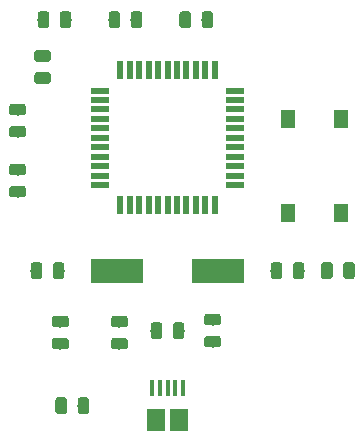
<source format=gbr>
G04 #@! TF.GenerationSoftware,KiCad,Pcbnew,5.1.4+dfsg1-1*
G04 #@! TF.CreationDate,2020-03-04T19:22:20+01:00*
G04 #@! TF.ProjectId,sidewinder-usb,73696465-7769-46e6-9465-722d7573622e,rev?*
G04 #@! TF.SameCoordinates,Original*
G04 #@! TF.FileFunction,Paste,Top*
G04 #@! TF.FilePolarity,Positive*
%FSLAX46Y46*%
G04 Gerber Fmt 4.6, Leading zero omitted, Abs format (unit mm)*
G04 Created by KiCad (PCBNEW 5.1.4+dfsg1-1) date 2020-03-04 19:22:20*
%MOMM*%
%LPD*%
G04 APERTURE LIST*
%ADD10R,4.500000X2.000000*%
%ADD11R,0.550000X1.500000*%
%ADD12R,1.500000X0.550000*%
%ADD13R,1.300000X1.550000*%
%ADD14C,0.100000*%
%ADD15C,0.975000*%
%ADD16R,1.500000X1.900000*%
%ADD17R,0.400000X1.350000*%
G04 APERTURE END LIST*
D10*
X26820000Y14750000D03*
X18320000Y14750000D03*
D11*
X18570000Y31700000D03*
X19370000Y31700000D03*
X20170000Y31700000D03*
X20970000Y31700000D03*
X21770000Y31700000D03*
X22570000Y31700000D03*
X23370000Y31700000D03*
X24170000Y31700000D03*
X24970000Y31700000D03*
X25770000Y31700000D03*
X26570000Y31700000D03*
D12*
X28270000Y30000000D03*
X28270000Y29200000D03*
X28270000Y28400000D03*
X28270000Y27600000D03*
X28270000Y26800000D03*
X28270000Y26000000D03*
X28270000Y25200000D03*
X28270000Y24400000D03*
X28270000Y23600000D03*
X28270000Y22800000D03*
X28270000Y22000000D03*
D11*
X26570000Y20300000D03*
X25770000Y20300000D03*
X24970000Y20300000D03*
X24170000Y20300000D03*
X23370000Y20300000D03*
X22570000Y20300000D03*
X21770000Y20300000D03*
X20970000Y20300000D03*
X20170000Y20300000D03*
X19370000Y20300000D03*
X18570000Y20300000D03*
D12*
X16870000Y22000000D03*
X16870000Y22800000D03*
X16870000Y23600000D03*
X16870000Y24400000D03*
X16870000Y25200000D03*
X16870000Y26000000D03*
X16870000Y26800000D03*
X16870000Y27600000D03*
X16870000Y28400000D03*
X16870000Y29200000D03*
X16870000Y30000000D03*
D13*
X32750000Y19665000D03*
X37250000Y19665000D03*
X37250000Y27615000D03*
X32750000Y27615000D03*
D14*
G36*
X18330142Y36698826D02*
G01*
X18353803Y36695316D01*
X18377007Y36689504D01*
X18399529Y36681446D01*
X18421153Y36671218D01*
X18441670Y36658921D01*
X18460883Y36644671D01*
X18478607Y36628607D01*
X18494671Y36610883D01*
X18508921Y36591670D01*
X18521218Y36571153D01*
X18531446Y36549529D01*
X18539504Y36527007D01*
X18545316Y36503803D01*
X18548826Y36480142D01*
X18550000Y36456250D01*
X18550000Y35543750D01*
X18548826Y35519858D01*
X18545316Y35496197D01*
X18539504Y35472993D01*
X18531446Y35450471D01*
X18521218Y35428847D01*
X18508921Y35408330D01*
X18494671Y35389117D01*
X18478607Y35371393D01*
X18460883Y35355329D01*
X18441670Y35341079D01*
X18421153Y35328782D01*
X18399529Y35318554D01*
X18377007Y35310496D01*
X18353803Y35304684D01*
X18330142Y35301174D01*
X18306250Y35300000D01*
X17818750Y35300000D01*
X17794858Y35301174D01*
X17771197Y35304684D01*
X17747993Y35310496D01*
X17725471Y35318554D01*
X17703847Y35328782D01*
X17683330Y35341079D01*
X17664117Y35355329D01*
X17646393Y35371393D01*
X17630329Y35389117D01*
X17616079Y35408330D01*
X17603782Y35428847D01*
X17593554Y35450471D01*
X17585496Y35472993D01*
X17579684Y35496197D01*
X17576174Y35519858D01*
X17575000Y35543750D01*
X17575000Y36456250D01*
X17576174Y36480142D01*
X17579684Y36503803D01*
X17585496Y36527007D01*
X17593554Y36549529D01*
X17603782Y36571153D01*
X17616079Y36591670D01*
X17630329Y36610883D01*
X17646393Y36628607D01*
X17664117Y36644671D01*
X17683330Y36658921D01*
X17703847Y36671218D01*
X17725471Y36681446D01*
X17747993Y36689504D01*
X17771197Y36695316D01*
X17794858Y36698826D01*
X17818750Y36700000D01*
X18306250Y36700000D01*
X18330142Y36698826D01*
X18330142Y36698826D01*
G37*
D15*
X18062500Y36000000D03*
D14*
G36*
X20205142Y36698826D02*
G01*
X20228803Y36695316D01*
X20252007Y36689504D01*
X20274529Y36681446D01*
X20296153Y36671218D01*
X20316670Y36658921D01*
X20335883Y36644671D01*
X20353607Y36628607D01*
X20369671Y36610883D01*
X20383921Y36591670D01*
X20396218Y36571153D01*
X20406446Y36549529D01*
X20414504Y36527007D01*
X20420316Y36503803D01*
X20423826Y36480142D01*
X20425000Y36456250D01*
X20425000Y35543750D01*
X20423826Y35519858D01*
X20420316Y35496197D01*
X20414504Y35472993D01*
X20406446Y35450471D01*
X20396218Y35428847D01*
X20383921Y35408330D01*
X20369671Y35389117D01*
X20353607Y35371393D01*
X20335883Y35355329D01*
X20316670Y35341079D01*
X20296153Y35328782D01*
X20274529Y35318554D01*
X20252007Y35310496D01*
X20228803Y35304684D01*
X20205142Y35301174D01*
X20181250Y35300000D01*
X19693750Y35300000D01*
X19669858Y35301174D01*
X19646197Y35304684D01*
X19622993Y35310496D01*
X19600471Y35318554D01*
X19578847Y35328782D01*
X19558330Y35341079D01*
X19539117Y35355329D01*
X19521393Y35371393D01*
X19505329Y35389117D01*
X19491079Y35408330D01*
X19478782Y35428847D01*
X19468554Y35450471D01*
X19460496Y35472993D01*
X19454684Y35496197D01*
X19451174Y35519858D01*
X19450000Y35543750D01*
X19450000Y36456250D01*
X19451174Y36480142D01*
X19454684Y36503803D01*
X19460496Y36527007D01*
X19468554Y36549529D01*
X19478782Y36571153D01*
X19491079Y36591670D01*
X19505329Y36610883D01*
X19521393Y36628607D01*
X19539117Y36644671D01*
X19558330Y36658921D01*
X19578847Y36671218D01*
X19600471Y36681446D01*
X19622993Y36689504D01*
X19646197Y36695316D01*
X19669858Y36698826D01*
X19693750Y36700000D01*
X20181250Y36700000D01*
X20205142Y36698826D01*
X20205142Y36698826D01*
G37*
D15*
X19937500Y36000000D03*
D14*
G36*
X14205142Y36698826D02*
G01*
X14228803Y36695316D01*
X14252007Y36689504D01*
X14274529Y36681446D01*
X14296153Y36671218D01*
X14316670Y36658921D01*
X14335883Y36644671D01*
X14353607Y36628607D01*
X14369671Y36610883D01*
X14383921Y36591670D01*
X14396218Y36571153D01*
X14406446Y36549529D01*
X14414504Y36527007D01*
X14420316Y36503803D01*
X14423826Y36480142D01*
X14425000Y36456250D01*
X14425000Y35543750D01*
X14423826Y35519858D01*
X14420316Y35496197D01*
X14414504Y35472993D01*
X14406446Y35450471D01*
X14396218Y35428847D01*
X14383921Y35408330D01*
X14369671Y35389117D01*
X14353607Y35371393D01*
X14335883Y35355329D01*
X14316670Y35341079D01*
X14296153Y35328782D01*
X14274529Y35318554D01*
X14252007Y35310496D01*
X14228803Y35304684D01*
X14205142Y35301174D01*
X14181250Y35300000D01*
X13693750Y35300000D01*
X13669858Y35301174D01*
X13646197Y35304684D01*
X13622993Y35310496D01*
X13600471Y35318554D01*
X13578847Y35328782D01*
X13558330Y35341079D01*
X13539117Y35355329D01*
X13521393Y35371393D01*
X13505329Y35389117D01*
X13491079Y35408330D01*
X13478782Y35428847D01*
X13468554Y35450471D01*
X13460496Y35472993D01*
X13454684Y35496197D01*
X13451174Y35519858D01*
X13450000Y35543750D01*
X13450000Y36456250D01*
X13451174Y36480142D01*
X13454684Y36503803D01*
X13460496Y36527007D01*
X13468554Y36549529D01*
X13478782Y36571153D01*
X13491079Y36591670D01*
X13505329Y36610883D01*
X13521393Y36628607D01*
X13539117Y36644671D01*
X13558330Y36658921D01*
X13578847Y36671218D01*
X13600471Y36681446D01*
X13622993Y36689504D01*
X13646197Y36695316D01*
X13669858Y36698826D01*
X13693750Y36700000D01*
X14181250Y36700000D01*
X14205142Y36698826D01*
X14205142Y36698826D01*
G37*
D15*
X13937500Y36000000D03*
D14*
G36*
X12330142Y36698826D02*
G01*
X12353803Y36695316D01*
X12377007Y36689504D01*
X12399529Y36681446D01*
X12421153Y36671218D01*
X12441670Y36658921D01*
X12460883Y36644671D01*
X12478607Y36628607D01*
X12494671Y36610883D01*
X12508921Y36591670D01*
X12521218Y36571153D01*
X12531446Y36549529D01*
X12539504Y36527007D01*
X12545316Y36503803D01*
X12548826Y36480142D01*
X12550000Y36456250D01*
X12550000Y35543750D01*
X12548826Y35519858D01*
X12545316Y35496197D01*
X12539504Y35472993D01*
X12531446Y35450471D01*
X12521218Y35428847D01*
X12508921Y35408330D01*
X12494671Y35389117D01*
X12478607Y35371393D01*
X12460883Y35355329D01*
X12441670Y35341079D01*
X12421153Y35328782D01*
X12399529Y35318554D01*
X12377007Y35310496D01*
X12353803Y35304684D01*
X12330142Y35301174D01*
X12306250Y35300000D01*
X11818750Y35300000D01*
X11794858Y35301174D01*
X11771197Y35304684D01*
X11747993Y35310496D01*
X11725471Y35318554D01*
X11703847Y35328782D01*
X11683330Y35341079D01*
X11664117Y35355329D01*
X11646393Y35371393D01*
X11630329Y35389117D01*
X11616079Y35408330D01*
X11603782Y35428847D01*
X11593554Y35450471D01*
X11585496Y35472993D01*
X11579684Y35496197D01*
X11576174Y35519858D01*
X11575000Y35543750D01*
X11575000Y36456250D01*
X11576174Y36480142D01*
X11579684Y36503803D01*
X11585496Y36527007D01*
X11593554Y36549529D01*
X11603782Y36571153D01*
X11616079Y36591670D01*
X11630329Y36610883D01*
X11646393Y36628607D01*
X11664117Y36644671D01*
X11683330Y36658921D01*
X11703847Y36671218D01*
X11725471Y36681446D01*
X11747993Y36689504D01*
X11771197Y36695316D01*
X11794858Y36698826D01*
X11818750Y36700000D01*
X12306250Y36700000D01*
X12330142Y36698826D01*
X12330142Y36698826D01*
G37*
D15*
X12062500Y36000000D03*
D14*
G36*
X38205142Y15448826D02*
G01*
X38228803Y15445316D01*
X38252007Y15439504D01*
X38274529Y15431446D01*
X38296153Y15421218D01*
X38316670Y15408921D01*
X38335883Y15394671D01*
X38353607Y15378607D01*
X38369671Y15360883D01*
X38383921Y15341670D01*
X38396218Y15321153D01*
X38406446Y15299529D01*
X38414504Y15277007D01*
X38420316Y15253803D01*
X38423826Y15230142D01*
X38425000Y15206250D01*
X38425000Y14293750D01*
X38423826Y14269858D01*
X38420316Y14246197D01*
X38414504Y14222993D01*
X38406446Y14200471D01*
X38396218Y14178847D01*
X38383921Y14158330D01*
X38369671Y14139117D01*
X38353607Y14121393D01*
X38335883Y14105329D01*
X38316670Y14091079D01*
X38296153Y14078782D01*
X38274529Y14068554D01*
X38252007Y14060496D01*
X38228803Y14054684D01*
X38205142Y14051174D01*
X38181250Y14050000D01*
X37693750Y14050000D01*
X37669858Y14051174D01*
X37646197Y14054684D01*
X37622993Y14060496D01*
X37600471Y14068554D01*
X37578847Y14078782D01*
X37558330Y14091079D01*
X37539117Y14105329D01*
X37521393Y14121393D01*
X37505329Y14139117D01*
X37491079Y14158330D01*
X37478782Y14178847D01*
X37468554Y14200471D01*
X37460496Y14222993D01*
X37454684Y14246197D01*
X37451174Y14269858D01*
X37450000Y14293750D01*
X37450000Y15206250D01*
X37451174Y15230142D01*
X37454684Y15253803D01*
X37460496Y15277007D01*
X37468554Y15299529D01*
X37478782Y15321153D01*
X37491079Y15341670D01*
X37505329Y15360883D01*
X37521393Y15378607D01*
X37539117Y15394671D01*
X37558330Y15408921D01*
X37578847Y15421218D01*
X37600471Y15431446D01*
X37622993Y15439504D01*
X37646197Y15445316D01*
X37669858Y15448826D01*
X37693750Y15450000D01*
X38181250Y15450000D01*
X38205142Y15448826D01*
X38205142Y15448826D01*
G37*
D15*
X37937500Y14750000D03*
D14*
G36*
X36330142Y15448826D02*
G01*
X36353803Y15445316D01*
X36377007Y15439504D01*
X36399529Y15431446D01*
X36421153Y15421218D01*
X36441670Y15408921D01*
X36460883Y15394671D01*
X36478607Y15378607D01*
X36494671Y15360883D01*
X36508921Y15341670D01*
X36521218Y15321153D01*
X36531446Y15299529D01*
X36539504Y15277007D01*
X36545316Y15253803D01*
X36548826Y15230142D01*
X36550000Y15206250D01*
X36550000Y14293750D01*
X36548826Y14269858D01*
X36545316Y14246197D01*
X36539504Y14222993D01*
X36531446Y14200471D01*
X36521218Y14178847D01*
X36508921Y14158330D01*
X36494671Y14139117D01*
X36478607Y14121393D01*
X36460883Y14105329D01*
X36441670Y14091079D01*
X36421153Y14078782D01*
X36399529Y14068554D01*
X36377007Y14060496D01*
X36353803Y14054684D01*
X36330142Y14051174D01*
X36306250Y14050000D01*
X35818750Y14050000D01*
X35794858Y14051174D01*
X35771197Y14054684D01*
X35747993Y14060496D01*
X35725471Y14068554D01*
X35703847Y14078782D01*
X35683330Y14091079D01*
X35664117Y14105329D01*
X35646393Y14121393D01*
X35630329Y14139117D01*
X35616079Y14158330D01*
X35603782Y14178847D01*
X35593554Y14200471D01*
X35585496Y14222993D01*
X35579684Y14246197D01*
X35576174Y14269858D01*
X35575000Y14293750D01*
X35575000Y15206250D01*
X35576174Y15230142D01*
X35579684Y15253803D01*
X35585496Y15277007D01*
X35593554Y15299529D01*
X35603782Y15321153D01*
X35616079Y15341670D01*
X35630329Y15360883D01*
X35646393Y15378607D01*
X35664117Y15394671D01*
X35683330Y15408921D01*
X35703847Y15421218D01*
X35725471Y15431446D01*
X35747993Y15439504D01*
X35771197Y15445316D01*
X35794858Y15448826D01*
X35818750Y15450000D01*
X36306250Y15450000D01*
X36330142Y15448826D01*
X36330142Y15448826D01*
G37*
D15*
X36062500Y14750000D03*
D14*
G36*
X21900142Y10368826D02*
G01*
X21923803Y10365316D01*
X21947007Y10359504D01*
X21969529Y10351446D01*
X21991153Y10341218D01*
X22011670Y10328921D01*
X22030883Y10314671D01*
X22048607Y10298607D01*
X22064671Y10280883D01*
X22078921Y10261670D01*
X22091218Y10241153D01*
X22101446Y10219529D01*
X22109504Y10197007D01*
X22115316Y10173803D01*
X22118826Y10150142D01*
X22120000Y10126250D01*
X22120000Y9213750D01*
X22118826Y9189858D01*
X22115316Y9166197D01*
X22109504Y9142993D01*
X22101446Y9120471D01*
X22091218Y9098847D01*
X22078921Y9078330D01*
X22064671Y9059117D01*
X22048607Y9041393D01*
X22030883Y9025329D01*
X22011670Y9011079D01*
X21991153Y8998782D01*
X21969529Y8988554D01*
X21947007Y8980496D01*
X21923803Y8974684D01*
X21900142Y8971174D01*
X21876250Y8970000D01*
X21388750Y8970000D01*
X21364858Y8971174D01*
X21341197Y8974684D01*
X21317993Y8980496D01*
X21295471Y8988554D01*
X21273847Y8998782D01*
X21253330Y9011079D01*
X21234117Y9025329D01*
X21216393Y9041393D01*
X21200329Y9059117D01*
X21186079Y9078330D01*
X21173782Y9098847D01*
X21163554Y9120471D01*
X21155496Y9142993D01*
X21149684Y9166197D01*
X21146174Y9189858D01*
X21145000Y9213750D01*
X21145000Y10126250D01*
X21146174Y10150142D01*
X21149684Y10173803D01*
X21155496Y10197007D01*
X21163554Y10219529D01*
X21173782Y10241153D01*
X21186079Y10261670D01*
X21200329Y10280883D01*
X21216393Y10298607D01*
X21234117Y10314671D01*
X21253330Y10328921D01*
X21273847Y10341218D01*
X21295471Y10351446D01*
X21317993Y10359504D01*
X21341197Y10365316D01*
X21364858Y10368826D01*
X21388750Y10370000D01*
X21876250Y10370000D01*
X21900142Y10368826D01*
X21900142Y10368826D01*
G37*
D15*
X21632500Y9670000D03*
D14*
G36*
X23775142Y10368826D02*
G01*
X23798803Y10365316D01*
X23822007Y10359504D01*
X23844529Y10351446D01*
X23866153Y10341218D01*
X23886670Y10328921D01*
X23905883Y10314671D01*
X23923607Y10298607D01*
X23939671Y10280883D01*
X23953921Y10261670D01*
X23966218Y10241153D01*
X23976446Y10219529D01*
X23984504Y10197007D01*
X23990316Y10173803D01*
X23993826Y10150142D01*
X23995000Y10126250D01*
X23995000Y9213750D01*
X23993826Y9189858D01*
X23990316Y9166197D01*
X23984504Y9142993D01*
X23976446Y9120471D01*
X23966218Y9098847D01*
X23953921Y9078330D01*
X23939671Y9059117D01*
X23923607Y9041393D01*
X23905883Y9025329D01*
X23886670Y9011079D01*
X23866153Y8998782D01*
X23844529Y8988554D01*
X23822007Y8980496D01*
X23798803Y8974684D01*
X23775142Y8971174D01*
X23751250Y8970000D01*
X23263750Y8970000D01*
X23239858Y8971174D01*
X23216197Y8974684D01*
X23192993Y8980496D01*
X23170471Y8988554D01*
X23148847Y8998782D01*
X23128330Y9011079D01*
X23109117Y9025329D01*
X23091393Y9041393D01*
X23075329Y9059117D01*
X23061079Y9078330D01*
X23048782Y9098847D01*
X23038554Y9120471D01*
X23030496Y9142993D01*
X23024684Y9166197D01*
X23021174Y9189858D01*
X23020000Y9213750D01*
X23020000Y10126250D01*
X23021174Y10150142D01*
X23024684Y10173803D01*
X23030496Y10197007D01*
X23038554Y10219529D01*
X23048782Y10241153D01*
X23061079Y10261670D01*
X23075329Y10280883D01*
X23091393Y10298607D01*
X23109117Y10314671D01*
X23128330Y10328921D01*
X23148847Y10341218D01*
X23170471Y10351446D01*
X23192993Y10359504D01*
X23216197Y10365316D01*
X23239858Y10368826D01*
X23263750Y10370000D01*
X23751250Y10370000D01*
X23775142Y10368826D01*
X23775142Y10368826D01*
G37*
D15*
X23507500Y9670000D03*
D14*
G36*
X18980142Y9048826D02*
G01*
X19003803Y9045316D01*
X19027007Y9039504D01*
X19049529Y9031446D01*
X19071153Y9021218D01*
X19091670Y9008921D01*
X19110883Y8994671D01*
X19128607Y8978607D01*
X19144671Y8960883D01*
X19158921Y8941670D01*
X19171218Y8921153D01*
X19181446Y8899529D01*
X19189504Y8877007D01*
X19195316Y8853803D01*
X19198826Y8830142D01*
X19200000Y8806250D01*
X19200000Y8318750D01*
X19198826Y8294858D01*
X19195316Y8271197D01*
X19189504Y8247993D01*
X19181446Y8225471D01*
X19171218Y8203847D01*
X19158921Y8183330D01*
X19144671Y8164117D01*
X19128607Y8146393D01*
X19110883Y8130329D01*
X19091670Y8116079D01*
X19071153Y8103782D01*
X19049529Y8093554D01*
X19027007Y8085496D01*
X19003803Y8079684D01*
X18980142Y8076174D01*
X18956250Y8075000D01*
X18043750Y8075000D01*
X18019858Y8076174D01*
X17996197Y8079684D01*
X17972993Y8085496D01*
X17950471Y8093554D01*
X17928847Y8103782D01*
X17908330Y8116079D01*
X17889117Y8130329D01*
X17871393Y8146393D01*
X17855329Y8164117D01*
X17841079Y8183330D01*
X17828782Y8203847D01*
X17818554Y8225471D01*
X17810496Y8247993D01*
X17804684Y8271197D01*
X17801174Y8294858D01*
X17800000Y8318750D01*
X17800000Y8806250D01*
X17801174Y8830142D01*
X17804684Y8853803D01*
X17810496Y8877007D01*
X17818554Y8899529D01*
X17828782Y8921153D01*
X17841079Y8941670D01*
X17855329Y8960883D01*
X17871393Y8978607D01*
X17889117Y8994671D01*
X17908330Y9008921D01*
X17928847Y9021218D01*
X17950471Y9031446D01*
X17972993Y9039504D01*
X17996197Y9045316D01*
X18019858Y9048826D01*
X18043750Y9050000D01*
X18956250Y9050000D01*
X18980142Y9048826D01*
X18980142Y9048826D01*
G37*
D15*
X18500000Y8562500D03*
D14*
G36*
X18980142Y10923826D02*
G01*
X19003803Y10920316D01*
X19027007Y10914504D01*
X19049529Y10906446D01*
X19071153Y10896218D01*
X19091670Y10883921D01*
X19110883Y10869671D01*
X19128607Y10853607D01*
X19144671Y10835883D01*
X19158921Y10816670D01*
X19171218Y10796153D01*
X19181446Y10774529D01*
X19189504Y10752007D01*
X19195316Y10728803D01*
X19198826Y10705142D01*
X19200000Y10681250D01*
X19200000Y10193750D01*
X19198826Y10169858D01*
X19195316Y10146197D01*
X19189504Y10122993D01*
X19181446Y10100471D01*
X19171218Y10078847D01*
X19158921Y10058330D01*
X19144671Y10039117D01*
X19128607Y10021393D01*
X19110883Y10005329D01*
X19091670Y9991079D01*
X19071153Y9978782D01*
X19049529Y9968554D01*
X19027007Y9960496D01*
X19003803Y9954684D01*
X18980142Y9951174D01*
X18956250Y9950000D01*
X18043750Y9950000D01*
X18019858Y9951174D01*
X17996197Y9954684D01*
X17972993Y9960496D01*
X17950471Y9968554D01*
X17928847Y9978782D01*
X17908330Y9991079D01*
X17889117Y10005329D01*
X17871393Y10021393D01*
X17855329Y10039117D01*
X17841079Y10058330D01*
X17828782Y10078847D01*
X17818554Y10100471D01*
X17810496Y10122993D01*
X17804684Y10146197D01*
X17801174Y10169858D01*
X17800000Y10193750D01*
X17800000Y10681250D01*
X17801174Y10705142D01*
X17804684Y10728803D01*
X17810496Y10752007D01*
X17818554Y10774529D01*
X17828782Y10796153D01*
X17841079Y10816670D01*
X17855329Y10835883D01*
X17871393Y10853607D01*
X17889117Y10869671D01*
X17908330Y10883921D01*
X17928847Y10896218D01*
X17950471Y10906446D01*
X17972993Y10914504D01*
X17996197Y10920316D01*
X18019858Y10923826D01*
X18043750Y10925000D01*
X18956250Y10925000D01*
X18980142Y10923826D01*
X18980142Y10923826D01*
G37*
D15*
X18500000Y10437500D03*
D14*
G36*
X26860142Y9218826D02*
G01*
X26883803Y9215316D01*
X26907007Y9209504D01*
X26929529Y9201446D01*
X26951153Y9191218D01*
X26971670Y9178921D01*
X26990883Y9164671D01*
X27008607Y9148607D01*
X27024671Y9130883D01*
X27038921Y9111670D01*
X27051218Y9091153D01*
X27061446Y9069529D01*
X27069504Y9047007D01*
X27075316Y9023803D01*
X27078826Y9000142D01*
X27080000Y8976250D01*
X27080000Y8488750D01*
X27078826Y8464858D01*
X27075316Y8441197D01*
X27069504Y8417993D01*
X27061446Y8395471D01*
X27051218Y8373847D01*
X27038921Y8353330D01*
X27024671Y8334117D01*
X27008607Y8316393D01*
X26990883Y8300329D01*
X26971670Y8286079D01*
X26951153Y8273782D01*
X26929529Y8263554D01*
X26907007Y8255496D01*
X26883803Y8249684D01*
X26860142Y8246174D01*
X26836250Y8245000D01*
X25923750Y8245000D01*
X25899858Y8246174D01*
X25876197Y8249684D01*
X25852993Y8255496D01*
X25830471Y8263554D01*
X25808847Y8273782D01*
X25788330Y8286079D01*
X25769117Y8300329D01*
X25751393Y8316393D01*
X25735329Y8334117D01*
X25721079Y8353330D01*
X25708782Y8373847D01*
X25698554Y8395471D01*
X25690496Y8417993D01*
X25684684Y8441197D01*
X25681174Y8464858D01*
X25680000Y8488750D01*
X25680000Y8976250D01*
X25681174Y9000142D01*
X25684684Y9023803D01*
X25690496Y9047007D01*
X25698554Y9069529D01*
X25708782Y9091153D01*
X25721079Y9111670D01*
X25735329Y9130883D01*
X25751393Y9148607D01*
X25769117Y9164671D01*
X25788330Y9178921D01*
X25808847Y9191218D01*
X25830471Y9201446D01*
X25852993Y9209504D01*
X25876197Y9215316D01*
X25899858Y9218826D01*
X25923750Y9220000D01*
X26836250Y9220000D01*
X26860142Y9218826D01*
X26860142Y9218826D01*
G37*
D15*
X26380000Y8732500D03*
D14*
G36*
X26860142Y11093826D02*
G01*
X26883803Y11090316D01*
X26907007Y11084504D01*
X26929529Y11076446D01*
X26951153Y11066218D01*
X26971670Y11053921D01*
X26990883Y11039671D01*
X27008607Y11023607D01*
X27024671Y11005883D01*
X27038921Y10986670D01*
X27051218Y10966153D01*
X27061446Y10944529D01*
X27069504Y10922007D01*
X27075316Y10898803D01*
X27078826Y10875142D01*
X27080000Y10851250D01*
X27080000Y10363750D01*
X27078826Y10339858D01*
X27075316Y10316197D01*
X27069504Y10292993D01*
X27061446Y10270471D01*
X27051218Y10248847D01*
X27038921Y10228330D01*
X27024671Y10209117D01*
X27008607Y10191393D01*
X26990883Y10175329D01*
X26971670Y10161079D01*
X26951153Y10148782D01*
X26929529Y10138554D01*
X26907007Y10130496D01*
X26883803Y10124684D01*
X26860142Y10121174D01*
X26836250Y10120000D01*
X25923750Y10120000D01*
X25899858Y10121174D01*
X25876197Y10124684D01*
X25852993Y10130496D01*
X25830471Y10138554D01*
X25808847Y10148782D01*
X25788330Y10161079D01*
X25769117Y10175329D01*
X25751393Y10191393D01*
X25735329Y10209117D01*
X25721079Y10228330D01*
X25708782Y10248847D01*
X25698554Y10270471D01*
X25690496Y10292993D01*
X25684684Y10316197D01*
X25681174Y10339858D01*
X25680000Y10363750D01*
X25680000Y10851250D01*
X25681174Y10875142D01*
X25684684Y10898803D01*
X25690496Y10922007D01*
X25698554Y10944529D01*
X25708782Y10966153D01*
X25721079Y10986670D01*
X25735329Y11005883D01*
X25751393Y11023607D01*
X25769117Y11039671D01*
X25788330Y11053921D01*
X25808847Y11066218D01*
X25830471Y11076446D01*
X25852993Y11084504D01*
X25876197Y11090316D01*
X25899858Y11093826D01*
X25923750Y11095000D01*
X26836250Y11095000D01*
X26860142Y11093826D01*
X26860142Y11093826D01*
G37*
D15*
X26380000Y10607500D03*
D16*
X21570000Y2082500D03*
D17*
X22570000Y4782500D03*
X23220000Y4782500D03*
X23870000Y4782500D03*
X21270000Y4782500D03*
X21920000Y4782500D03*
D16*
X23570000Y2082500D03*
D14*
G36*
X13830142Y4018826D02*
G01*
X13853803Y4015316D01*
X13877007Y4009504D01*
X13899529Y4001446D01*
X13921153Y3991218D01*
X13941670Y3978921D01*
X13960883Y3964671D01*
X13978607Y3948607D01*
X13994671Y3930883D01*
X14008921Y3911670D01*
X14021218Y3891153D01*
X14031446Y3869529D01*
X14039504Y3847007D01*
X14045316Y3823803D01*
X14048826Y3800142D01*
X14050000Y3776250D01*
X14050000Y2863750D01*
X14048826Y2839858D01*
X14045316Y2816197D01*
X14039504Y2792993D01*
X14031446Y2770471D01*
X14021218Y2748847D01*
X14008921Y2728330D01*
X13994671Y2709117D01*
X13978607Y2691393D01*
X13960883Y2675329D01*
X13941670Y2661079D01*
X13921153Y2648782D01*
X13899529Y2638554D01*
X13877007Y2630496D01*
X13853803Y2624684D01*
X13830142Y2621174D01*
X13806250Y2620000D01*
X13318750Y2620000D01*
X13294858Y2621174D01*
X13271197Y2624684D01*
X13247993Y2630496D01*
X13225471Y2638554D01*
X13203847Y2648782D01*
X13183330Y2661079D01*
X13164117Y2675329D01*
X13146393Y2691393D01*
X13130329Y2709117D01*
X13116079Y2728330D01*
X13103782Y2748847D01*
X13093554Y2770471D01*
X13085496Y2792993D01*
X13079684Y2816197D01*
X13076174Y2839858D01*
X13075000Y2863750D01*
X13075000Y3776250D01*
X13076174Y3800142D01*
X13079684Y3823803D01*
X13085496Y3847007D01*
X13093554Y3869529D01*
X13103782Y3891153D01*
X13116079Y3911670D01*
X13130329Y3930883D01*
X13146393Y3948607D01*
X13164117Y3964671D01*
X13183330Y3978921D01*
X13203847Y3991218D01*
X13225471Y4001446D01*
X13247993Y4009504D01*
X13271197Y4015316D01*
X13294858Y4018826D01*
X13318750Y4020000D01*
X13806250Y4020000D01*
X13830142Y4018826D01*
X13830142Y4018826D01*
G37*
D15*
X13562500Y3320000D03*
D14*
G36*
X15705142Y4018826D02*
G01*
X15728803Y4015316D01*
X15752007Y4009504D01*
X15774529Y4001446D01*
X15796153Y3991218D01*
X15816670Y3978921D01*
X15835883Y3964671D01*
X15853607Y3948607D01*
X15869671Y3930883D01*
X15883921Y3911670D01*
X15896218Y3891153D01*
X15906446Y3869529D01*
X15914504Y3847007D01*
X15920316Y3823803D01*
X15923826Y3800142D01*
X15925000Y3776250D01*
X15925000Y2863750D01*
X15923826Y2839858D01*
X15920316Y2816197D01*
X15914504Y2792993D01*
X15906446Y2770471D01*
X15896218Y2748847D01*
X15883921Y2728330D01*
X15869671Y2709117D01*
X15853607Y2691393D01*
X15835883Y2675329D01*
X15816670Y2661079D01*
X15796153Y2648782D01*
X15774529Y2638554D01*
X15752007Y2630496D01*
X15728803Y2624684D01*
X15705142Y2621174D01*
X15681250Y2620000D01*
X15193750Y2620000D01*
X15169858Y2621174D01*
X15146197Y2624684D01*
X15122993Y2630496D01*
X15100471Y2638554D01*
X15078847Y2648782D01*
X15058330Y2661079D01*
X15039117Y2675329D01*
X15021393Y2691393D01*
X15005329Y2709117D01*
X14991079Y2728330D01*
X14978782Y2748847D01*
X14968554Y2770471D01*
X14960496Y2792993D01*
X14954684Y2816197D01*
X14951174Y2839858D01*
X14950000Y2863750D01*
X14950000Y3776250D01*
X14951174Y3800142D01*
X14954684Y3823803D01*
X14960496Y3847007D01*
X14968554Y3869529D01*
X14978782Y3891153D01*
X14991079Y3911670D01*
X15005329Y3930883D01*
X15021393Y3948607D01*
X15039117Y3964671D01*
X15058330Y3978921D01*
X15078847Y3991218D01*
X15100471Y4001446D01*
X15122993Y4009504D01*
X15146197Y4015316D01*
X15169858Y4018826D01*
X15193750Y4020000D01*
X15681250Y4020000D01*
X15705142Y4018826D01*
X15705142Y4018826D01*
G37*
D15*
X15437500Y3320000D03*
D14*
G36*
X26205142Y36698826D02*
G01*
X26228803Y36695316D01*
X26252007Y36689504D01*
X26274529Y36681446D01*
X26296153Y36671218D01*
X26316670Y36658921D01*
X26335883Y36644671D01*
X26353607Y36628607D01*
X26369671Y36610883D01*
X26383921Y36591670D01*
X26396218Y36571153D01*
X26406446Y36549529D01*
X26414504Y36527007D01*
X26420316Y36503803D01*
X26423826Y36480142D01*
X26425000Y36456250D01*
X26425000Y35543750D01*
X26423826Y35519858D01*
X26420316Y35496197D01*
X26414504Y35472993D01*
X26406446Y35450471D01*
X26396218Y35428847D01*
X26383921Y35408330D01*
X26369671Y35389117D01*
X26353607Y35371393D01*
X26335883Y35355329D01*
X26316670Y35341079D01*
X26296153Y35328782D01*
X26274529Y35318554D01*
X26252007Y35310496D01*
X26228803Y35304684D01*
X26205142Y35301174D01*
X26181250Y35300000D01*
X25693750Y35300000D01*
X25669858Y35301174D01*
X25646197Y35304684D01*
X25622993Y35310496D01*
X25600471Y35318554D01*
X25578847Y35328782D01*
X25558330Y35341079D01*
X25539117Y35355329D01*
X25521393Y35371393D01*
X25505329Y35389117D01*
X25491079Y35408330D01*
X25478782Y35428847D01*
X25468554Y35450471D01*
X25460496Y35472993D01*
X25454684Y35496197D01*
X25451174Y35519858D01*
X25450000Y35543750D01*
X25450000Y36456250D01*
X25451174Y36480142D01*
X25454684Y36503803D01*
X25460496Y36527007D01*
X25468554Y36549529D01*
X25478782Y36571153D01*
X25491079Y36591670D01*
X25505329Y36610883D01*
X25521393Y36628607D01*
X25539117Y36644671D01*
X25558330Y36658921D01*
X25578847Y36671218D01*
X25600471Y36681446D01*
X25622993Y36689504D01*
X25646197Y36695316D01*
X25669858Y36698826D01*
X25693750Y36700000D01*
X26181250Y36700000D01*
X26205142Y36698826D01*
X26205142Y36698826D01*
G37*
D15*
X25937500Y36000000D03*
D14*
G36*
X24330142Y36698826D02*
G01*
X24353803Y36695316D01*
X24377007Y36689504D01*
X24399529Y36681446D01*
X24421153Y36671218D01*
X24441670Y36658921D01*
X24460883Y36644671D01*
X24478607Y36628607D01*
X24494671Y36610883D01*
X24508921Y36591670D01*
X24521218Y36571153D01*
X24531446Y36549529D01*
X24539504Y36527007D01*
X24545316Y36503803D01*
X24548826Y36480142D01*
X24550000Y36456250D01*
X24550000Y35543750D01*
X24548826Y35519858D01*
X24545316Y35496197D01*
X24539504Y35472993D01*
X24531446Y35450471D01*
X24521218Y35428847D01*
X24508921Y35408330D01*
X24494671Y35389117D01*
X24478607Y35371393D01*
X24460883Y35355329D01*
X24441670Y35341079D01*
X24421153Y35328782D01*
X24399529Y35318554D01*
X24377007Y35310496D01*
X24353803Y35304684D01*
X24330142Y35301174D01*
X24306250Y35300000D01*
X23818750Y35300000D01*
X23794858Y35301174D01*
X23771197Y35304684D01*
X23747993Y35310496D01*
X23725471Y35318554D01*
X23703847Y35328782D01*
X23683330Y35341079D01*
X23664117Y35355329D01*
X23646393Y35371393D01*
X23630329Y35389117D01*
X23616079Y35408330D01*
X23603782Y35428847D01*
X23593554Y35450471D01*
X23585496Y35472993D01*
X23579684Y35496197D01*
X23576174Y35519858D01*
X23575000Y35543750D01*
X23575000Y36456250D01*
X23576174Y36480142D01*
X23579684Y36503803D01*
X23585496Y36527007D01*
X23593554Y36549529D01*
X23603782Y36571153D01*
X23616079Y36591670D01*
X23630329Y36610883D01*
X23646393Y36628607D01*
X23664117Y36644671D01*
X23683330Y36658921D01*
X23703847Y36671218D01*
X23725471Y36681446D01*
X23747993Y36689504D01*
X23771197Y36695316D01*
X23794858Y36698826D01*
X23818750Y36700000D01*
X24306250Y36700000D01*
X24330142Y36698826D01*
X24330142Y36698826D01*
G37*
D15*
X24062500Y36000000D03*
D14*
G36*
X12480142Y31548826D02*
G01*
X12503803Y31545316D01*
X12527007Y31539504D01*
X12549529Y31531446D01*
X12571153Y31521218D01*
X12591670Y31508921D01*
X12610883Y31494671D01*
X12628607Y31478607D01*
X12644671Y31460883D01*
X12658921Y31441670D01*
X12671218Y31421153D01*
X12681446Y31399529D01*
X12689504Y31377007D01*
X12695316Y31353803D01*
X12698826Y31330142D01*
X12700000Y31306250D01*
X12700000Y30818750D01*
X12698826Y30794858D01*
X12695316Y30771197D01*
X12689504Y30747993D01*
X12681446Y30725471D01*
X12671218Y30703847D01*
X12658921Y30683330D01*
X12644671Y30664117D01*
X12628607Y30646393D01*
X12610883Y30630329D01*
X12591670Y30616079D01*
X12571153Y30603782D01*
X12549529Y30593554D01*
X12527007Y30585496D01*
X12503803Y30579684D01*
X12480142Y30576174D01*
X12456250Y30575000D01*
X11543750Y30575000D01*
X11519858Y30576174D01*
X11496197Y30579684D01*
X11472993Y30585496D01*
X11450471Y30593554D01*
X11428847Y30603782D01*
X11408330Y30616079D01*
X11389117Y30630329D01*
X11371393Y30646393D01*
X11355329Y30664117D01*
X11341079Y30683330D01*
X11328782Y30703847D01*
X11318554Y30725471D01*
X11310496Y30747993D01*
X11304684Y30771197D01*
X11301174Y30794858D01*
X11300000Y30818750D01*
X11300000Y31306250D01*
X11301174Y31330142D01*
X11304684Y31353803D01*
X11310496Y31377007D01*
X11318554Y31399529D01*
X11328782Y31421153D01*
X11341079Y31441670D01*
X11355329Y31460883D01*
X11371393Y31478607D01*
X11389117Y31494671D01*
X11408330Y31508921D01*
X11428847Y31521218D01*
X11450471Y31531446D01*
X11472993Y31539504D01*
X11496197Y31545316D01*
X11519858Y31548826D01*
X11543750Y31550000D01*
X12456250Y31550000D01*
X12480142Y31548826D01*
X12480142Y31548826D01*
G37*
D15*
X12000000Y31062500D03*
D14*
G36*
X12480142Y33423826D02*
G01*
X12503803Y33420316D01*
X12527007Y33414504D01*
X12549529Y33406446D01*
X12571153Y33396218D01*
X12591670Y33383921D01*
X12610883Y33369671D01*
X12628607Y33353607D01*
X12644671Y33335883D01*
X12658921Y33316670D01*
X12671218Y33296153D01*
X12681446Y33274529D01*
X12689504Y33252007D01*
X12695316Y33228803D01*
X12698826Y33205142D01*
X12700000Y33181250D01*
X12700000Y32693750D01*
X12698826Y32669858D01*
X12695316Y32646197D01*
X12689504Y32622993D01*
X12681446Y32600471D01*
X12671218Y32578847D01*
X12658921Y32558330D01*
X12644671Y32539117D01*
X12628607Y32521393D01*
X12610883Y32505329D01*
X12591670Y32491079D01*
X12571153Y32478782D01*
X12549529Y32468554D01*
X12527007Y32460496D01*
X12503803Y32454684D01*
X12480142Y32451174D01*
X12456250Y32450000D01*
X11543750Y32450000D01*
X11519858Y32451174D01*
X11496197Y32454684D01*
X11472993Y32460496D01*
X11450471Y32468554D01*
X11428847Y32478782D01*
X11408330Y32491079D01*
X11389117Y32505329D01*
X11371393Y32521393D01*
X11355329Y32539117D01*
X11341079Y32558330D01*
X11328782Y32578847D01*
X11318554Y32600471D01*
X11310496Y32622993D01*
X11304684Y32646197D01*
X11301174Y32669858D01*
X11300000Y32693750D01*
X11300000Y33181250D01*
X11301174Y33205142D01*
X11304684Y33228803D01*
X11310496Y33252007D01*
X11318554Y33274529D01*
X11328782Y33296153D01*
X11341079Y33316670D01*
X11355329Y33335883D01*
X11371393Y33353607D01*
X11389117Y33369671D01*
X11408330Y33383921D01*
X11428847Y33396218D01*
X11450471Y33406446D01*
X11472993Y33414504D01*
X11496197Y33420316D01*
X11519858Y33423826D01*
X11543750Y33425000D01*
X12456250Y33425000D01*
X12480142Y33423826D01*
X12480142Y33423826D01*
G37*
D15*
X12000000Y32937500D03*
D14*
G36*
X10350142Y28873826D02*
G01*
X10373803Y28870316D01*
X10397007Y28864504D01*
X10419529Y28856446D01*
X10441153Y28846218D01*
X10461670Y28833921D01*
X10480883Y28819671D01*
X10498607Y28803607D01*
X10514671Y28785883D01*
X10528921Y28766670D01*
X10541218Y28746153D01*
X10551446Y28724529D01*
X10559504Y28702007D01*
X10565316Y28678803D01*
X10568826Y28655142D01*
X10570000Y28631250D01*
X10570000Y28143750D01*
X10568826Y28119858D01*
X10565316Y28096197D01*
X10559504Y28072993D01*
X10551446Y28050471D01*
X10541218Y28028847D01*
X10528921Y28008330D01*
X10514671Y27989117D01*
X10498607Y27971393D01*
X10480883Y27955329D01*
X10461670Y27941079D01*
X10441153Y27928782D01*
X10419529Y27918554D01*
X10397007Y27910496D01*
X10373803Y27904684D01*
X10350142Y27901174D01*
X10326250Y27900000D01*
X9413750Y27900000D01*
X9389858Y27901174D01*
X9366197Y27904684D01*
X9342993Y27910496D01*
X9320471Y27918554D01*
X9298847Y27928782D01*
X9278330Y27941079D01*
X9259117Y27955329D01*
X9241393Y27971393D01*
X9225329Y27989117D01*
X9211079Y28008330D01*
X9198782Y28028847D01*
X9188554Y28050471D01*
X9180496Y28072993D01*
X9174684Y28096197D01*
X9171174Y28119858D01*
X9170000Y28143750D01*
X9170000Y28631250D01*
X9171174Y28655142D01*
X9174684Y28678803D01*
X9180496Y28702007D01*
X9188554Y28724529D01*
X9198782Y28746153D01*
X9211079Y28766670D01*
X9225329Y28785883D01*
X9241393Y28803607D01*
X9259117Y28819671D01*
X9278330Y28833921D01*
X9298847Y28846218D01*
X9320471Y28856446D01*
X9342993Y28864504D01*
X9366197Y28870316D01*
X9389858Y28873826D01*
X9413750Y28875000D01*
X10326250Y28875000D01*
X10350142Y28873826D01*
X10350142Y28873826D01*
G37*
D15*
X9870000Y28387500D03*
D14*
G36*
X10350142Y26998826D02*
G01*
X10373803Y26995316D01*
X10397007Y26989504D01*
X10419529Y26981446D01*
X10441153Y26971218D01*
X10461670Y26958921D01*
X10480883Y26944671D01*
X10498607Y26928607D01*
X10514671Y26910883D01*
X10528921Y26891670D01*
X10541218Y26871153D01*
X10551446Y26849529D01*
X10559504Y26827007D01*
X10565316Y26803803D01*
X10568826Y26780142D01*
X10570000Y26756250D01*
X10570000Y26268750D01*
X10568826Y26244858D01*
X10565316Y26221197D01*
X10559504Y26197993D01*
X10551446Y26175471D01*
X10541218Y26153847D01*
X10528921Y26133330D01*
X10514671Y26114117D01*
X10498607Y26096393D01*
X10480883Y26080329D01*
X10461670Y26066079D01*
X10441153Y26053782D01*
X10419529Y26043554D01*
X10397007Y26035496D01*
X10373803Y26029684D01*
X10350142Y26026174D01*
X10326250Y26025000D01*
X9413750Y26025000D01*
X9389858Y26026174D01*
X9366197Y26029684D01*
X9342993Y26035496D01*
X9320471Y26043554D01*
X9298847Y26053782D01*
X9278330Y26066079D01*
X9259117Y26080329D01*
X9241393Y26096393D01*
X9225329Y26114117D01*
X9211079Y26133330D01*
X9198782Y26153847D01*
X9188554Y26175471D01*
X9180496Y26197993D01*
X9174684Y26221197D01*
X9171174Y26244858D01*
X9170000Y26268750D01*
X9170000Y26756250D01*
X9171174Y26780142D01*
X9174684Y26803803D01*
X9180496Y26827007D01*
X9188554Y26849529D01*
X9198782Y26871153D01*
X9211079Y26891670D01*
X9225329Y26910883D01*
X9241393Y26928607D01*
X9259117Y26944671D01*
X9278330Y26958921D01*
X9298847Y26971218D01*
X9320471Y26981446D01*
X9342993Y26989504D01*
X9366197Y26995316D01*
X9389858Y26998826D01*
X9413750Y27000000D01*
X10326250Y27000000D01*
X10350142Y26998826D01*
X10350142Y26998826D01*
G37*
D15*
X9870000Y26512500D03*
D14*
G36*
X33935142Y15448826D02*
G01*
X33958803Y15445316D01*
X33982007Y15439504D01*
X34004529Y15431446D01*
X34026153Y15421218D01*
X34046670Y15408921D01*
X34065883Y15394671D01*
X34083607Y15378607D01*
X34099671Y15360883D01*
X34113921Y15341670D01*
X34126218Y15321153D01*
X34136446Y15299529D01*
X34144504Y15277007D01*
X34150316Y15253803D01*
X34153826Y15230142D01*
X34155000Y15206250D01*
X34155000Y14293750D01*
X34153826Y14269858D01*
X34150316Y14246197D01*
X34144504Y14222993D01*
X34136446Y14200471D01*
X34126218Y14178847D01*
X34113921Y14158330D01*
X34099671Y14139117D01*
X34083607Y14121393D01*
X34065883Y14105329D01*
X34046670Y14091079D01*
X34026153Y14078782D01*
X34004529Y14068554D01*
X33982007Y14060496D01*
X33958803Y14054684D01*
X33935142Y14051174D01*
X33911250Y14050000D01*
X33423750Y14050000D01*
X33399858Y14051174D01*
X33376197Y14054684D01*
X33352993Y14060496D01*
X33330471Y14068554D01*
X33308847Y14078782D01*
X33288330Y14091079D01*
X33269117Y14105329D01*
X33251393Y14121393D01*
X33235329Y14139117D01*
X33221079Y14158330D01*
X33208782Y14178847D01*
X33198554Y14200471D01*
X33190496Y14222993D01*
X33184684Y14246197D01*
X33181174Y14269858D01*
X33180000Y14293750D01*
X33180000Y15206250D01*
X33181174Y15230142D01*
X33184684Y15253803D01*
X33190496Y15277007D01*
X33198554Y15299529D01*
X33208782Y15321153D01*
X33221079Y15341670D01*
X33235329Y15360883D01*
X33251393Y15378607D01*
X33269117Y15394671D01*
X33288330Y15408921D01*
X33308847Y15421218D01*
X33330471Y15431446D01*
X33352993Y15439504D01*
X33376197Y15445316D01*
X33399858Y15448826D01*
X33423750Y15450000D01*
X33911250Y15450000D01*
X33935142Y15448826D01*
X33935142Y15448826D01*
G37*
D15*
X33667500Y14750000D03*
D14*
G36*
X32060142Y15448826D02*
G01*
X32083803Y15445316D01*
X32107007Y15439504D01*
X32129529Y15431446D01*
X32151153Y15421218D01*
X32171670Y15408921D01*
X32190883Y15394671D01*
X32208607Y15378607D01*
X32224671Y15360883D01*
X32238921Y15341670D01*
X32251218Y15321153D01*
X32261446Y15299529D01*
X32269504Y15277007D01*
X32275316Y15253803D01*
X32278826Y15230142D01*
X32280000Y15206250D01*
X32280000Y14293750D01*
X32278826Y14269858D01*
X32275316Y14246197D01*
X32269504Y14222993D01*
X32261446Y14200471D01*
X32251218Y14178847D01*
X32238921Y14158330D01*
X32224671Y14139117D01*
X32208607Y14121393D01*
X32190883Y14105329D01*
X32171670Y14091079D01*
X32151153Y14078782D01*
X32129529Y14068554D01*
X32107007Y14060496D01*
X32083803Y14054684D01*
X32060142Y14051174D01*
X32036250Y14050000D01*
X31548750Y14050000D01*
X31524858Y14051174D01*
X31501197Y14054684D01*
X31477993Y14060496D01*
X31455471Y14068554D01*
X31433847Y14078782D01*
X31413330Y14091079D01*
X31394117Y14105329D01*
X31376393Y14121393D01*
X31360329Y14139117D01*
X31346079Y14158330D01*
X31333782Y14178847D01*
X31323554Y14200471D01*
X31315496Y14222993D01*
X31309684Y14246197D01*
X31306174Y14269858D01*
X31305000Y14293750D01*
X31305000Y15206250D01*
X31306174Y15230142D01*
X31309684Y15253803D01*
X31315496Y15277007D01*
X31323554Y15299529D01*
X31333782Y15321153D01*
X31346079Y15341670D01*
X31360329Y15360883D01*
X31376393Y15378607D01*
X31394117Y15394671D01*
X31413330Y15408921D01*
X31433847Y15421218D01*
X31455471Y15431446D01*
X31477993Y15439504D01*
X31501197Y15445316D01*
X31524858Y15448826D01*
X31548750Y15450000D01*
X32036250Y15450000D01*
X32060142Y15448826D01*
X32060142Y15448826D01*
G37*
D15*
X31792500Y14750000D03*
D14*
G36*
X11740142Y15448826D02*
G01*
X11763803Y15445316D01*
X11787007Y15439504D01*
X11809529Y15431446D01*
X11831153Y15421218D01*
X11851670Y15408921D01*
X11870883Y15394671D01*
X11888607Y15378607D01*
X11904671Y15360883D01*
X11918921Y15341670D01*
X11931218Y15321153D01*
X11941446Y15299529D01*
X11949504Y15277007D01*
X11955316Y15253803D01*
X11958826Y15230142D01*
X11960000Y15206250D01*
X11960000Y14293750D01*
X11958826Y14269858D01*
X11955316Y14246197D01*
X11949504Y14222993D01*
X11941446Y14200471D01*
X11931218Y14178847D01*
X11918921Y14158330D01*
X11904671Y14139117D01*
X11888607Y14121393D01*
X11870883Y14105329D01*
X11851670Y14091079D01*
X11831153Y14078782D01*
X11809529Y14068554D01*
X11787007Y14060496D01*
X11763803Y14054684D01*
X11740142Y14051174D01*
X11716250Y14050000D01*
X11228750Y14050000D01*
X11204858Y14051174D01*
X11181197Y14054684D01*
X11157993Y14060496D01*
X11135471Y14068554D01*
X11113847Y14078782D01*
X11093330Y14091079D01*
X11074117Y14105329D01*
X11056393Y14121393D01*
X11040329Y14139117D01*
X11026079Y14158330D01*
X11013782Y14178847D01*
X11003554Y14200471D01*
X10995496Y14222993D01*
X10989684Y14246197D01*
X10986174Y14269858D01*
X10985000Y14293750D01*
X10985000Y15206250D01*
X10986174Y15230142D01*
X10989684Y15253803D01*
X10995496Y15277007D01*
X11003554Y15299529D01*
X11013782Y15321153D01*
X11026079Y15341670D01*
X11040329Y15360883D01*
X11056393Y15378607D01*
X11074117Y15394671D01*
X11093330Y15408921D01*
X11113847Y15421218D01*
X11135471Y15431446D01*
X11157993Y15439504D01*
X11181197Y15445316D01*
X11204858Y15448826D01*
X11228750Y15450000D01*
X11716250Y15450000D01*
X11740142Y15448826D01*
X11740142Y15448826D01*
G37*
D15*
X11472500Y14750000D03*
D14*
G36*
X13615142Y15448826D02*
G01*
X13638803Y15445316D01*
X13662007Y15439504D01*
X13684529Y15431446D01*
X13706153Y15421218D01*
X13726670Y15408921D01*
X13745883Y15394671D01*
X13763607Y15378607D01*
X13779671Y15360883D01*
X13793921Y15341670D01*
X13806218Y15321153D01*
X13816446Y15299529D01*
X13824504Y15277007D01*
X13830316Y15253803D01*
X13833826Y15230142D01*
X13835000Y15206250D01*
X13835000Y14293750D01*
X13833826Y14269858D01*
X13830316Y14246197D01*
X13824504Y14222993D01*
X13816446Y14200471D01*
X13806218Y14178847D01*
X13793921Y14158330D01*
X13779671Y14139117D01*
X13763607Y14121393D01*
X13745883Y14105329D01*
X13726670Y14091079D01*
X13706153Y14078782D01*
X13684529Y14068554D01*
X13662007Y14060496D01*
X13638803Y14054684D01*
X13615142Y14051174D01*
X13591250Y14050000D01*
X13103750Y14050000D01*
X13079858Y14051174D01*
X13056197Y14054684D01*
X13032993Y14060496D01*
X13010471Y14068554D01*
X12988847Y14078782D01*
X12968330Y14091079D01*
X12949117Y14105329D01*
X12931393Y14121393D01*
X12915329Y14139117D01*
X12901079Y14158330D01*
X12888782Y14178847D01*
X12878554Y14200471D01*
X12870496Y14222993D01*
X12864684Y14246197D01*
X12861174Y14269858D01*
X12860000Y14293750D01*
X12860000Y15206250D01*
X12861174Y15230142D01*
X12864684Y15253803D01*
X12870496Y15277007D01*
X12878554Y15299529D01*
X12888782Y15321153D01*
X12901079Y15341670D01*
X12915329Y15360883D01*
X12931393Y15378607D01*
X12949117Y15394671D01*
X12968330Y15408921D01*
X12988847Y15421218D01*
X13010471Y15431446D01*
X13032993Y15439504D01*
X13056197Y15445316D01*
X13079858Y15448826D01*
X13103750Y15450000D01*
X13591250Y15450000D01*
X13615142Y15448826D01*
X13615142Y15448826D01*
G37*
D15*
X13347500Y14750000D03*
D14*
G36*
X10350142Y21918826D02*
G01*
X10373803Y21915316D01*
X10397007Y21909504D01*
X10419529Y21901446D01*
X10441153Y21891218D01*
X10461670Y21878921D01*
X10480883Y21864671D01*
X10498607Y21848607D01*
X10514671Y21830883D01*
X10528921Y21811670D01*
X10541218Y21791153D01*
X10551446Y21769529D01*
X10559504Y21747007D01*
X10565316Y21723803D01*
X10568826Y21700142D01*
X10570000Y21676250D01*
X10570000Y21188750D01*
X10568826Y21164858D01*
X10565316Y21141197D01*
X10559504Y21117993D01*
X10551446Y21095471D01*
X10541218Y21073847D01*
X10528921Y21053330D01*
X10514671Y21034117D01*
X10498607Y21016393D01*
X10480883Y21000329D01*
X10461670Y20986079D01*
X10441153Y20973782D01*
X10419529Y20963554D01*
X10397007Y20955496D01*
X10373803Y20949684D01*
X10350142Y20946174D01*
X10326250Y20945000D01*
X9413750Y20945000D01*
X9389858Y20946174D01*
X9366197Y20949684D01*
X9342993Y20955496D01*
X9320471Y20963554D01*
X9298847Y20973782D01*
X9278330Y20986079D01*
X9259117Y21000329D01*
X9241393Y21016393D01*
X9225329Y21034117D01*
X9211079Y21053330D01*
X9198782Y21073847D01*
X9188554Y21095471D01*
X9180496Y21117993D01*
X9174684Y21141197D01*
X9171174Y21164858D01*
X9170000Y21188750D01*
X9170000Y21676250D01*
X9171174Y21700142D01*
X9174684Y21723803D01*
X9180496Y21747007D01*
X9188554Y21769529D01*
X9198782Y21791153D01*
X9211079Y21811670D01*
X9225329Y21830883D01*
X9241393Y21848607D01*
X9259117Y21864671D01*
X9278330Y21878921D01*
X9298847Y21891218D01*
X9320471Y21901446D01*
X9342993Y21909504D01*
X9366197Y21915316D01*
X9389858Y21918826D01*
X9413750Y21920000D01*
X10326250Y21920000D01*
X10350142Y21918826D01*
X10350142Y21918826D01*
G37*
D15*
X9870000Y21432500D03*
D14*
G36*
X10350142Y23793826D02*
G01*
X10373803Y23790316D01*
X10397007Y23784504D01*
X10419529Y23776446D01*
X10441153Y23766218D01*
X10461670Y23753921D01*
X10480883Y23739671D01*
X10498607Y23723607D01*
X10514671Y23705883D01*
X10528921Y23686670D01*
X10541218Y23666153D01*
X10551446Y23644529D01*
X10559504Y23622007D01*
X10565316Y23598803D01*
X10568826Y23575142D01*
X10570000Y23551250D01*
X10570000Y23063750D01*
X10568826Y23039858D01*
X10565316Y23016197D01*
X10559504Y22992993D01*
X10551446Y22970471D01*
X10541218Y22948847D01*
X10528921Y22928330D01*
X10514671Y22909117D01*
X10498607Y22891393D01*
X10480883Y22875329D01*
X10461670Y22861079D01*
X10441153Y22848782D01*
X10419529Y22838554D01*
X10397007Y22830496D01*
X10373803Y22824684D01*
X10350142Y22821174D01*
X10326250Y22820000D01*
X9413750Y22820000D01*
X9389858Y22821174D01*
X9366197Y22824684D01*
X9342993Y22830496D01*
X9320471Y22838554D01*
X9298847Y22848782D01*
X9278330Y22861079D01*
X9259117Y22875329D01*
X9241393Y22891393D01*
X9225329Y22909117D01*
X9211079Y22928330D01*
X9198782Y22948847D01*
X9188554Y22970471D01*
X9180496Y22992993D01*
X9174684Y23016197D01*
X9171174Y23039858D01*
X9170000Y23063750D01*
X9170000Y23551250D01*
X9171174Y23575142D01*
X9174684Y23598803D01*
X9180496Y23622007D01*
X9188554Y23644529D01*
X9198782Y23666153D01*
X9211079Y23686670D01*
X9225329Y23705883D01*
X9241393Y23723607D01*
X9259117Y23739671D01*
X9278330Y23753921D01*
X9298847Y23766218D01*
X9320471Y23776446D01*
X9342993Y23784504D01*
X9366197Y23790316D01*
X9389858Y23793826D01*
X9413750Y23795000D01*
X10326250Y23795000D01*
X10350142Y23793826D01*
X10350142Y23793826D01*
G37*
D15*
X9870000Y23307500D03*
D14*
G36*
X13980142Y10923826D02*
G01*
X14003803Y10920316D01*
X14027007Y10914504D01*
X14049529Y10906446D01*
X14071153Y10896218D01*
X14091670Y10883921D01*
X14110883Y10869671D01*
X14128607Y10853607D01*
X14144671Y10835883D01*
X14158921Y10816670D01*
X14171218Y10796153D01*
X14181446Y10774529D01*
X14189504Y10752007D01*
X14195316Y10728803D01*
X14198826Y10705142D01*
X14200000Y10681250D01*
X14200000Y10193750D01*
X14198826Y10169858D01*
X14195316Y10146197D01*
X14189504Y10122993D01*
X14181446Y10100471D01*
X14171218Y10078847D01*
X14158921Y10058330D01*
X14144671Y10039117D01*
X14128607Y10021393D01*
X14110883Y10005329D01*
X14091670Y9991079D01*
X14071153Y9978782D01*
X14049529Y9968554D01*
X14027007Y9960496D01*
X14003803Y9954684D01*
X13980142Y9951174D01*
X13956250Y9950000D01*
X13043750Y9950000D01*
X13019858Y9951174D01*
X12996197Y9954684D01*
X12972993Y9960496D01*
X12950471Y9968554D01*
X12928847Y9978782D01*
X12908330Y9991079D01*
X12889117Y10005329D01*
X12871393Y10021393D01*
X12855329Y10039117D01*
X12841079Y10058330D01*
X12828782Y10078847D01*
X12818554Y10100471D01*
X12810496Y10122993D01*
X12804684Y10146197D01*
X12801174Y10169858D01*
X12800000Y10193750D01*
X12800000Y10681250D01*
X12801174Y10705142D01*
X12804684Y10728803D01*
X12810496Y10752007D01*
X12818554Y10774529D01*
X12828782Y10796153D01*
X12841079Y10816670D01*
X12855329Y10835883D01*
X12871393Y10853607D01*
X12889117Y10869671D01*
X12908330Y10883921D01*
X12928847Y10896218D01*
X12950471Y10906446D01*
X12972993Y10914504D01*
X12996197Y10920316D01*
X13019858Y10923826D01*
X13043750Y10925000D01*
X13956250Y10925000D01*
X13980142Y10923826D01*
X13980142Y10923826D01*
G37*
D15*
X13500000Y10437500D03*
D14*
G36*
X13980142Y9048826D02*
G01*
X14003803Y9045316D01*
X14027007Y9039504D01*
X14049529Y9031446D01*
X14071153Y9021218D01*
X14091670Y9008921D01*
X14110883Y8994671D01*
X14128607Y8978607D01*
X14144671Y8960883D01*
X14158921Y8941670D01*
X14171218Y8921153D01*
X14181446Y8899529D01*
X14189504Y8877007D01*
X14195316Y8853803D01*
X14198826Y8830142D01*
X14200000Y8806250D01*
X14200000Y8318750D01*
X14198826Y8294858D01*
X14195316Y8271197D01*
X14189504Y8247993D01*
X14181446Y8225471D01*
X14171218Y8203847D01*
X14158921Y8183330D01*
X14144671Y8164117D01*
X14128607Y8146393D01*
X14110883Y8130329D01*
X14091670Y8116079D01*
X14071153Y8103782D01*
X14049529Y8093554D01*
X14027007Y8085496D01*
X14003803Y8079684D01*
X13980142Y8076174D01*
X13956250Y8075000D01*
X13043750Y8075000D01*
X13019858Y8076174D01*
X12996197Y8079684D01*
X12972993Y8085496D01*
X12950471Y8093554D01*
X12928847Y8103782D01*
X12908330Y8116079D01*
X12889117Y8130329D01*
X12871393Y8146393D01*
X12855329Y8164117D01*
X12841079Y8183330D01*
X12828782Y8203847D01*
X12818554Y8225471D01*
X12810496Y8247993D01*
X12804684Y8271197D01*
X12801174Y8294858D01*
X12800000Y8318750D01*
X12800000Y8806250D01*
X12801174Y8830142D01*
X12804684Y8853803D01*
X12810496Y8877007D01*
X12818554Y8899529D01*
X12828782Y8921153D01*
X12841079Y8941670D01*
X12855329Y8960883D01*
X12871393Y8978607D01*
X12889117Y8994671D01*
X12908330Y9008921D01*
X12928847Y9021218D01*
X12950471Y9031446D01*
X12972993Y9039504D01*
X12996197Y9045316D01*
X13019858Y9048826D01*
X13043750Y9050000D01*
X13956250Y9050000D01*
X13980142Y9048826D01*
X13980142Y9048826D01*
G37*
D15*
X13500000Y8562500D03*
M02*

</source>
